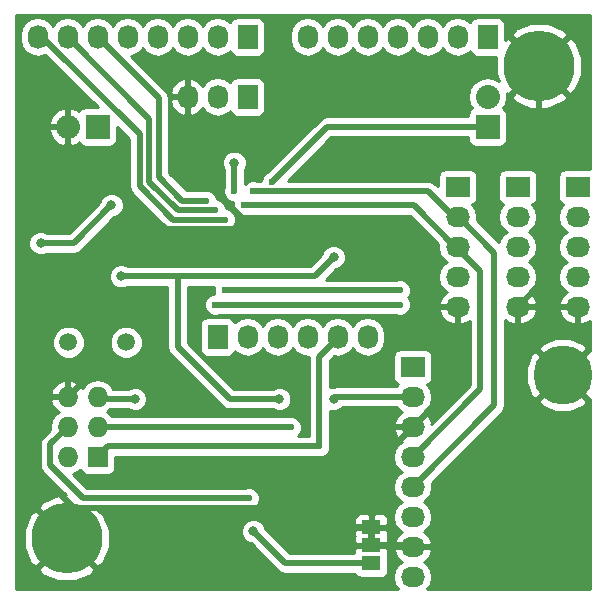
<source format=gbr>
G04 #@! TF.FileFunction,Copper,L2,Bot,Signal*
%FSLAX46Y46*%
G04 Gerber Fmt 4.6, Leading zero omitted, Abs format (unit mm)*
G04 Created by KiCad (PCBNEW 0.201508170901+6097~28~ubuntu14.04.1-product) date Sa 22 Aug 2015 10:06:58 CEST*
%MOMM*%
G01*
G04 APERTURE LIST*
%ADD10C,0.100000*%
%ADD11R,2.032000X1.727200*%
%ADD12O,2.032000X1.727200*%
%ADD13C,5.000000*%
%ADD14R,1.600200X1.168400*%
%ADD15R,2.032000X2.032000*%
%ADD16O,2.032000X2.032000*%
%ADD17R,1.727200X1.727200*%
%ADD18O,1.727200X1.727200*%
%ADD19R,1.727200X2.032000*%
%ADD20O,1.727200X2.032000*%
%ADD21C,1.501140*%
%ADD22C,6.000000*%
%ADD23C,0.800000*%
%ADD24C,0.600000*%
%ADD25C,0.500000*%
%ADD26C,0.254000*%
G04 APERTURE END LIST*
D10*
D11*
X134290000Y-80480000D03*
D12*
X134290000Y-83020000D03*
X134290000Y-85560000D03*
X134290000Y-88100000D03*
X134290000Y-90640000D03*
X134290000Y-93180000D03*
X134290000Y-95720000D03*
X134290000Y-98260000D03*
D13*
X146990000Y-81160000D03*
D14*
X130800000Y-97124000D03*
X130800000Y-95600000D03*
X130800000Y-94076000D03*
D15*
X107620000Y-60160000D03*
D16*
X105080000Y-60160000D03*
D17*
X107620000Y-88100000D03*
D18*
X105080000Y-88100000D03*
X107620000Y-85560000D03*
X105080000Y-85560000D03*
X107620000Y-83020000D03*
X105080000Y-83020000D03*
D19*
X120320000Y-57620000D03*
D20*
X117780000Y-57620000D03*
X115240000Y-57620000D03*
D19*
X140640000Y-52540000D03*
D20*
X138100000Y-52540000D03*
X135560000Y-52540000D03*
X133020000Y-52540000D03*
X130480000Y-52540000D03*
X127940000Y-52540000D03*
X125400000Y-52540000D03*
D19*
X120320000Y-52540000D03*
D20*
X117780000Y-52540000D03*
X115240000Y-52540000D03*
X112700000Y-52540000D03*
X110160000Y-52540000D03*
X107620000Y-52540000D03*
X105080000Y-52540000D03*
X102540000Y-52540000D03*
D15*
X140640000Y-60160000D03*
D16*
X140640000Y-57620000D03*
D11*
X138100000Y-65240000D03*
D12*
X138100000Y-67780000D03*
X138100000Y-70320000D03*
X138100000Y-72860000D03*
X138100000Y-75400000D03*
D11*
X143180000Y-65240000D03*
D12*
X143180000Y-67780000D03*
X143180000Y-70320000D03*
X143180000Y-72860000D03*
X143180000Y-75400000D03*
D11*
X148260000Y-65240000D03*
D12*
X148260000Y-67780000D03*
X148260000Y-70320000D03*
X148260000Y-72860000D03*
X148260000Y-75400000D03*
D21*
X105159060Y-78400000D03*
X110040940Y-78400000D03*
D19*
X117780000Y-77940000D03*
D20*
X120320000Y-77940000D03*
X122860000Y-77940000D03*
X125400000Y-77940000D03*
X127940000Y-77940000D03*
X130480000Y-77940000D03*
D22*
X145000000Y-55000000D03*
X105000000Y-95000000D03*
D23*
X119200000Y-63200000D03*
X110800000Y-83200000D03*
X102800000Y-70000000D03*
X108800000Y-66800000D03*
X129600000Y-88000000D03*
X127600000Y-94000000D03*
X118000000Y-94000000D03*
X116000000Y-83600000D03*
X132400000Y-68800000D03*
X103200000Y-72000000D03*
X125200000Y-90800000D03*
X111200000Y-76400000D03*
X110000000Y-64000000D03*
X110000000Y-68800000D03*
X120800000Y-94400000D03*
X123000000Y-83200000D03*
X127600000Y-83200000D03*
X127600000Y-71200000D03*
X109600000Y-72800000D03*
D24*
X119200000Y-65600000D03*
X116800000Y-66400000D03*
X117600000Y-67200000D03*
X133200000Y-75200000D03*
X117600000Y-75200000D03*
X118400000Y-68000000D03*
X133200000Y-74000000D03*
X118400000Y-74000000D03*
X122400000Y-64800000D03*
X124000000Y-85600000D03*
X120400000Y-91600000D03*
X120000000Y-66800000D03*
X126400000Y-87200000D03*
X120800000Y-65600000D03*
D25*
X105600000Y-70000000D02*
X102800000Y-70000000D01*
X108800000Y-66800000D02*
X105600000Y-70000000D01*
X115240000Y-57620000D02*
X115240000Y-63240000D01*
X115240000Y-63240000D02*
X120800000Y-68800000D01*
X145000000Y-55000000D02*
X145000000Y-73580000D01*
X145000000Y-73580000D02*
X143180000Y-75400000D01*
X130800000Y-94076000D02*
X130800000Y-95600000D01*
X130800000Y-94076000D02*
X127676000Y-94076000D01*
X127676000Y-94076000D02*
X127600000Y-94000000D01*
X129725000Y-88125000D02*
X129725000Y-90125000D01*
X129600000Y-88000000D02*
X129725000Y-88125000D01*
X127600000Y-94000000D02*
X127600000Y-90800000D01*
X118000000Y-94000000D02*
X118000000Y-92400000D01*
X107300000Y-80800000D02*
X105080000Y-83020000D01*
X113200000Y-80800000D02*
X107300000Y-80800000D01*
X116000000Y-83600000D02*
X113200000Y-80800000D01*
X105000000Y-95000000D02*
X105000000Y-93000000D01*
X105000000Y-93000000D02*
X105600000Y-92400000D01*
X138100000Y-75400000D02*
X138100000Y-81750000D01*
X138100000Y-81750000D02*
X134290000Y-85560000D01*
X125200000Y-90800000D02*
X127600000Y-90800000D01*
X127600000Y-90800000D02*
X129050000Y-90800000D01*
X129050000Y-90800000D02*
X129725000Y-90125000D01*
X129725000Y-90125000D02*
X134290000Y-85560000D01*
X110000000Y-68800000D02*
X120800000Y-68800000D01*
X120800000Y-68800000D02*
X132400000Y-68800000D01*
X105080000Y-83020000D02*
X102000000Y-83020000D01*
X102000000Y-83020000D02*
X102000000Y-82800000D01*
X105600000Y-92400000D02*
X102000000Y-88800000D01*
X102000000Y-88800000D02*
X102000000Y-82800000D01*
X102000000Y-82800000D02*
X102000000Y-79940000D01*
X125200000Y-90800000D02*
X123600000Y-92400000D01*
X115200000Y-92400000D02*
X105600000Y-92400000D01*
X123600000Y-92400000D02*
X118000000Y-92400000D01*
X118000000Y-92400000D02*
X115200000Y-92400000D01*
X102000000Y-76400000D02*
X102000000Y-79940000D01*
X103200000Y-72000000D02*
X106800000Y-72000000D01*
X106800000Y-72000000D02*
X110000000Y-68800000D01*
X102000000Y-73200000D02*
X102000000Y-76400000D01*
X103200000Y-72000000D02*
X102000000Y-73200000D01*
X111200000Y-76400000D02*
X102000000Y-76400000D01*
X110000000Y-64000000D02*
X110000000Y-68800000D01*
X130800000Y-95600000D02*
X134170000Y-95600000D01*
X134170000Y-95600000D02*
X134290000Y-95720000D01*
X123524000Y-97124000D02*
X130800000Y-97124000D01*
X120800000Y-94400000D02*
X123524000Y-97124000D01*
X114400000Y-78800000D02*
X114400000Y-72800000D01*
X118800000Y-83200000D02*
X114400000Y-78800000D01*
X123000000Y-83200000D02*
X118800000Y-83200000D01*
X127780000Y-83020000D02*
X134290000Y-83020000D01*
X127600000Y-83200000D02*
X127780000Y-83020000D01*
X111200000Y-72800000D02*
X109600000Y-72800000D01*
X126000000Y-72800000D02*
X114400000Y-72800000D01*
X114400000Y-72800000D02*
X111200000Y-72800000D01*
X127600000Y-71200000D02*
X126000000Y-72800000D01*
X119200000Y-65600000D02*
X119200000Y-63200000D01*
X110800000Y-83200000D02*
X107800000Y-83200000D01*
X107800000Y-83200000D02*
X107620000Y-83020000D01*
X112800000Y-57720000D02*
X107620000Y-52540000D01*
X112800000Y-64400000D02*
X112800000Y-57720000D01*
X114800000Y-66400000D02*
X112800000Y-64400000D01*
X116800000Y-66400000D02*
X114800000Y-66400000D01*
X112000000Y-59460000D02*
X105080000Y-52540000D01*
X112000000Y-64800000D02*
X112000000Y-59460000D01*
X114400000Y-67200000D02*
X112000000Y-64800000D01*
X117600000Y-67200000D02*
X114400000Y-67200000D01*
X133200000Y-75200000D02*
X117600000Y-75200000D01*
X111200000Y-60800000D02*
X102940000Y-52540000D01*
X111200000Y-65200000D02*
X111200000Y-60800000D01*
X114000000Y-68000000D02*
X111200000Y-65200000D01*
X118400000Y-68000000D02*
X114000000Y-68000000D01*
X102940000Y-52540000D02*
X102540000Y-52540000D01*
X102940000Y-52540000D02*
X102540000Y-52540000D01*
X118400000Y-74000000D02*
X133200000Y-74000000D01*
X127040000Y-60160000D02*
X140640000Y-60160000D01*
X122400000Y-64800000D02*
X127040000Y-60160000D01*
X124000000Y-85600000D02*
X123960000Y-85560000D01*
X123960000Y-85560000D02*
X107620000Y-85560000D01*
X103600000Y-87040000D02*
X105080000Y-85560000D01*
X103600000Y-88800000D02*
X103600000Y-87040000D01*
X106400000Y-91600000D02*
X103600000Y-88800000D01*
X120400000Y-91600000D02*
X106400000Y-91600000D01*
X138100000Y-70320000D02*
X138100000Y-70500000D01*
X138100000Y-70500000D02*
X140000000Y-72400000D01*
X140000000Y-82390000D02*
X134290000Y-88100000D01*
X140000000Y-72400000D02*
X140000000Y-82390000D01*
X138100000Y-70320000D02*
X137920000Y-70320000D01*
X137920000Y-70320000D02*
X134400000Y-66800000D01*
X134400000Y-66800000D02*
X120000000Y-66800000D01*
X126400000Y-79600000D02*
X127940000Y-78060000D01*
X126400000Y-87200000D02*
X126400000Y-80800000D01*
X126400000Y-80800000D02*
X126400000Y-80400000D01*
X126400000Y-80400000D02*
X126400000Y-80000000D01*
X126400000Y-80000000D02*
X126400000Y-79600000D01*
X126400000Y-87200000D02*
X108520000Y-87200000D01*
X108520000Y-87200000D02*
X107620000Y-88100000D01*
X127940000Y-78060000D02*
X127940000Y-77940000D01*
X138100000Y-67780000D02*
X138180000Y-67780000D01*
X138180000Y-67780000D02*
X141200000Y-70800000D01*
X141200000Y-83730000D02*
X134290000Y-90640000D01*
X141200000Y-70800000D02*
X141200000Y-83730000D01*
X138100000Y-67780000D02*
X137780000Y-67780000D01*
X137780000Y-67780000D02*
X135600000Y-65600000D01*
X135600000Y-65600000D02*
X120800000Y-65600000D01*
D26*
G36*
X149290000Y-63731795D02*
X149276000Y-63728960D01*
X147244000Y-63728960D01*
X147008683Y-63773238D01*
X146792559Y-63912310D01*
X146647569Y-64124510D01*
X146596560Y-64376400D01*
X146596560Y-66103600D01*
X146640838Y-66338917D01*
X146779910Y-66555041D01*
X146992110Y-66700031D01*
X147033439Y-66708400D01*
X147015585Y-66720330D01*
X146690729Y-67206511D01*
X146576655Y-67780000D01*
X146690729Y-68353489D01*
X147015585Y-68839670D01*
X147330366Y-69050000D01*
X147015585Y-69260330D01*
X146690729Y-69746511D01*
X146576655Y-70320000D01*
X146690729Y-70893489D01*
X147015585Y-71379670D01*
X147330366Y-71590000D01*
X147015585Y-71800330D01*
X146690729Y-72286511D01*
X146576655Y-72860000D01*
X146690729Y-73433489D01*
X147015585Y-73919670D01*
X147325069Y-74126461D01*
X146909268Y-74497964D01*
X146655291Y-75025209D01*
X146652642Y-75040974D01*
X146773783Y-75273000D01*
X148133000Y-75273000D01*
X148133000Y-75253000D01*
X148387000Y-75253000D01*
X148387000Y-75273000D01*
X148407000Y-75273000D01*
X148407000Y-75527000D01*
X148387000Y-75527000D01*
X148387000Y-76740924D01*
X148621913Y-76885184D01*
X149174320Y-76691954D01*
X149290000Y-76588598D01*
X149290000Y-79146458D01*
X149225880Y-79103725D01*
X147169605Y-81160000D01*
X149225880Y-83216275D01*
X149290000Y-83173542D01*
X149290000Y-99290000D01*
X135554240Y-99290000D01*
X135859271Y-98833489D01*
X135973345Y-98260000D01*
X135859271Y-97686511D01*
X135534415Y-97200330D01*
X135224931Y-96993539D01*
X135640732Y-96622036D01*
X135894709Y-96094791D01*
X135897358Y-96079026D01*
X135776217Y-95847000D01*
X134417000Y-95847000D01*
X134417000Y-95867000D01*
X134163000Y-95867000D01*
X134163000Y-95847000D01*
X132803783Y-95847000D01*
X132682642Y-96079026D01*
X132685291Y-96094791D01*
X132939268Y-96622036D01*
X133355069Y-96993539D01*
X133045585Y-97200330D01*
X132720729Y-97686511D01*
X132606655Y-98260000D01*
X132720729Y-98833489D01*
X133025760Y-99290000D01*
X100710000Y-99290000D01*
X100710000Y-97596630D01*
X102582975Y-97596630D01*
X102925566Y-98071277D01*
X104258800Y-98631342D01*
X105704875Y-98638568D01*
X107043639Y-98091854D01*
X107074434Y-98071277D01*
X107417025Y-97596630D01*
X105000000Y-95179605D01*
X102582975Y-97596630D01*
X100710000Y-97596630D01*
X100710000Y-95704875D01*
X101361432Y-95704875D01*
X101908146Y-97043639D01*
X101928723Y-97074434D01*
X102403370Y-97417025D01*
X104820395Y-95000000D01*
X102403370Y-92582975D01*
X101928723Y-92925566D01*
X101368658Y-94258800D01*
X101361432Y-95704875D01*
X100710000Y-95704875D01*
X100710000Y-92403370D01*
X102582975Y-92403370D01*
X105000000Y-94820395D01*
X105014143Y-94806253D01*
X105193748Y-94985858D01*
X105179605Y-95000000D01*
X107596630Y-97417025D01*
X108071277Y-97074434D01*
X108631342Y-95741200D01*
X108637019Y-94604971D01*
X119764821Y-94604971D01*
X119922058Y-94985515D01*
X120212954Y-95276919D01*
X120576151Y-95427731D01*
X122898208Y-97749787D01*
X122898210Y-97749790D01*
X123185325Y-97941633D01*
X123241516Y-97952810D01*
X123524000Y-98009001D01*
X123524005Y-98009000D01*
X129438875Y-98009000D01*
X129535810Y-98159641D01*
X129748010Y-98304631D01*
X129999900Y-98355640D01*
X131600100Y-98355640D01*
X131835417Y-98311362D01*
X132051541Y-98172290D01*
X132196531Y-97960090D01*
X132247540Y-97708200D01*
X132247540Y-96539800D01*
X132213987Y-96361481D01*
X132235100Y-96310509D01*
X132235100Y-95885750D01*
X132076350Y-95727000D01*
X130927000Y-95727000D01*
X130927000Y-95747000D01*
X130673000Y-95747000D01*
X130673000Y-95727000D01*
X129523650Y-95727000D01*
X129364900Y-95885750D01*
X129364900Y-96239000D01*
X123890579Y-96239000D01*
X122013330Y-94361750D01*
X129364900Y-94361750D01*
X129364900Y-94786509D01*
X129386228Y-94838000D01*
X129364900Y-94889491D01*
X129364900Y-95314250D01*
X129523650Y-95473000D01*
X130673000Y-95473000D01*
X130673000Y-94203000D01*
X130927000Y-94203000D01*
X130927000Y-95473000D01*
X132076350Y-95473000D01*
X132235100Y-95314250D01*
X132235100Y-94889491D01*
X132213772Y-94838000D01*
X132235100Y-94786509D01*
X132235100Y-94361750D01*
X132076350Y-94203000D01*
X130927000Y-94203000D01*
X130673000Y-94203000D01*
X129523650Y-94203000D01*
X129364900Y-94361750D01*
X122013330Y-94361750D01*
X121827131Y-94175551D01*
X121677942Y-93814485D01*
X121387046Y-93523081D01*
X121007526Y-93365491D01*
X129364900Y-93365491D01*
X129364900Y-93790250D01*
X129523650Y-93949000D01*
X130673000Y-93949000D01*
X130673000Y-93015550D01*
X130927000Y-93015550D01*
X130927000Y-93949000D01*
X132076350Y-93949000D01*
X132235100Y-93790250D01*
X132235100Y-93365491D01*
X132138427Y-93132102D01*
X131959799Y-92953473D01*
X131726410Y-92856800D01*
X131085750Y-92856800D01*
X130927000Y-93015550D01*
X130673000Y-93015550D01*
X130514250Y-92856800D01*
X129873590Y-92856800D01*
X129640201Y-92953473D01*
X129461573Y-93132102D01*
X129364900Y-93365491D01*
X121007526Y-93365491D01*
X121006777Y-93365180D01*
X120595029Y-93364821D01*
X120214485Y-93522058D01*
X119923081Y-93812954D01*
X119765180Y-94193223D01*
X119764821Y-94604971D01*
X108637019Y-94604971D01*
X108638568Y-94295125D01*
X108091854Y-92956361D01*
X108071277Y-92925566D01*
X107596632Y-92582976D01*
X107694608Y-92485000D01*
X120093178Y-92485000D01*
X120213201Y-92534838D01*
X120585167Y-92535162D01*
X120928943Y-92393117D01*
X121192192Y-92130327D01*
X121334838Y-91786799D01*
X121335162Y-91414833D01*
X121193117Y-91071057D01*
X120930327Y-90807808D01*
X120586799Y-90665162D01*
X120214833Y-90664838D01*
X120093431Y-90715000D01*
X106766579Y-90715000D01*
X105560452Y-89508872D01*
X105682848Y-89484526D01*
X106148442Y-89173426D01*
X106153238Y-89198917D01*
X106292310Y-89415041D01*
X106504510Y-89560031D01*
X106756400Y-89611040D01*
X108483600Y-89611040D01*
X108718917Y-89566762D01*
X108935041Y-89427690D01*
X109080031Y-89215490D01*
X109131040Y-88963600D01*
X109131040Y-88085000D01*
X126093178Y-88085000D01*
X126213201Y-88134838D01*
X126585167Y-88135162D01*
X126928943Y-87993117D01*
X127192192Y-87730327D01*
X127334838Y-87386799D01*
X127335162Y-87014833D01*
X127285000Y-86893431D01*
X127285000Y-84189882D01*
X127393223Y-84234820D01*
X127804971Y-84235179D01*
X128185515Y-84077942D01*
X128358759Y-83905000D01*
X132928874Y-83905000D01*
X133045585Y-84079670D01*
X133355069Y-84286461D01*
X132939268Y-84657964D01*
X132685291Y-85185209D01*
X132682642Y-85200974D01*
X132803783Y-85433000D01*
X134163000Y-85433000D01*
X134163000Y-85413000D01*
X134417000Y-85413000D01*
X134417000Y-85433000D01*
X134437000Y-85433000D01*
X134437000Y-85687000D01*
X134417000Y-85687000D01*
X134417000Y-85707000D01*
X134163000Y-85707000D01*
X134163000Y-85687000D01*
X132803783Y-85687000D01*
X132682642Y-85919026D01*
X132685291Y-85934791D01*
X132939268Y-86462036D01*
X133355069Y-86833539D01*
X133045585Y-87040330D01*
X132720729Y-87526511D01*
X132606655Y-88100000D01*
X132720729Y-88673489D01*
X133045585Y-89159670D01*
X133360366Y-89370000D01*
X133045585Y-89580330D01*
X132720729Y-90066511D01*
X132606655Y-90640000D01*
X132720729Y-91213489D01*
X133045585Y-91699670D01*
X133360366Y-91910000D01*
X133045585Y-92120330D01*
X132720729Y-92606511D01*
X132606655Y-93180000D01*
X132720729Y-93753489D01*
X133045585Y-94239670D01*
X133355069Y-94446461D01*
X132939268Y-94817964D01*
X132685291Y-95345209D01*
X132682642Y-95360974D01*
X132803783Y-95593000D01*
X134163000Y-95593000D01*
X134163000Y-95573000D01*
X134417000Y-95573000D01*
X134417000Y-95593000D01*
X135776217Y-95593000D01*
X135897358Y-95360974D01*
X135894709Y-95345209D01*
X135640732Y-94817964D01*
X135224931Y-94446461D01*
X135534415Y-94239670D01*
X135859271Y-93753489D01*
X135973345Y-93180000D01*
X135859271Y-92606511D01*
X135534415Y-92120330D01*
X135219634Y-91910000D01*
X135534415Y-91699670D01*
X135859271Y-91213489D01*
X135973345Y-90640000D01*
X135901711Y-90279869D01*
X141825787Y-84355792D01*
X141825790Y-84355790D01*
X142017633Y-84068675D01*
X142028810Y-84012484D01*
X142085001Y-83730000D01*
X142085000Y-83729995D01*
X142085000Y-83395880D01*
X144933725Y-83395880D01*
X145215421Y-83818564D01*
X146367892Y-84295294D01*
X147615072Y-84294705D01*
X148764579Y-83818564D01*
X149046275Y-83395880D01*
X146990000Y-81339605D01*
X144933725Y-83395880D01*
X142085000Y-83395880D01*
X142085000Y-80537892D01*
X143854706Y-80537892D01*
X143855295Y-81785072D01*
X144331436Y-82934579D01*
X144754120Y-83216275D01*
X146810395Y-81160000D01*
X144754120Y-79103725D01*
X144331436Y-79385421D01*
X143854706Y-80537892D01*
X142085000Y-80537892D01*
X142085000Y-78924120D01*
X144933725Y-78924120D01*
X146990000Y-80980395D01*
X149046275Y-78924120D01*
X148764579Y-78501436D01*
X147612108Y-78024706D01*
X146364928Y-78025295D01*
X145215421Y-78501436D01*
X144933725Y-78924120D01*
X142085000Y-78924120D01*
X142085000Y-76530523D01*
X142265680Y-76691954D01*
X142818087Y-76885184D01*
X143053000Y-76740924D01*
X143053000Y-75527000D01*
X143307000Y-75527000D01*
X143307000Y-76740924D01*
X143541913Y-76885184D01*
X144094320Y-76691954D01*
X144530732Y-76302036D01*
X144784709Y-75774791D01*
X144787358Y-75759026D01*
X146652642Y-75759026D01*
X146655291Y-75774791D01*
X146909268Y-76302036D01*
X147345680Y-76691954D01*
X147898087Y-76885184D01*
X148133000Y-76740924D01*
X148133000Y-75527000D01*
X146773783Y-75527000D01*
X146652642Y-75759026D01*
X144787358Y-75759026D01*
X144666217Y-75527000D01*
X143307000Y-75527000D01*
X143053000Y-75527000D01*
X143033000Y-75527000D01*
X143033000Y-75273000D01*
X143053000Y-75273000D01*
X143053000Y-75253000D01*
X143307000Y-75253000D01*
X143307000Y-75273000D01*
X144666217Y-75273000D01*
X144787358Y-75040974D01*
X144784709Y-75025209D01*
X144530732Y-74497964D01*
X144114931Y-74126461D01*
X144424415Y-73919670D01*
X144749271Y-73433489D01*
X144863345Y-72860000D01*
X144749271Y-72286511D01*
X144424415Y-71800330D01*
X144109634Y-71590000D01*
X144424415Y-71379670D01*
X144749271Y-70893489D01*
X144863345Y-70320000D01*
X144749271Y-69746511D01*
X144424415Y-69260330D01*
X144109634Y-69050000D01*
X144424415Y-68839670D01*
X144749271Y-68353489D01*
X144863345Y-67780000D01*
X144749271Y-67206511D01*
X144424415Y-66720330D01*
X144410087Y-66710757D01*
X144431317Y-66706762D01*
X144647441Y-66567690D01*
X144792431Y-66355490D01*
X144843440Y-66103600D01*
X144843440Y-64376400D01*
X144799162Y-64141083D01*
X144660090Y-63924959D01*
X144447890Y-63779969D01*
X144196000Y-63728960D01*
X142164000Y-63728960D01*
X141928683Y-63773238D01*
X141712559Y-63912310D01*
X141567569Y-64124510D01*
X141516560Y-64376400D01*
X141516560Y-66103600D01*
X141560838Y-66338917D01*
X141699910Y-66555041D01*
X141912110Y-66700031D01*
X141953439Y-66708400D01*
X141935585Y-66720330D01*
X141610729Y-67206511D01*
X141496655Y-67780000D01*
X141610729Y-68353489D01*
X141935585Y-68839670D01*
X142250366Y-69050000D01*
X141935585Y-69260330D01*
X141610729Y-69746511D01*
X141575450Y-69923871D01*
X139724983Y-68073404D01*
X139783345Y-67780000D01*
X139669271Y-67206511D01*
X139344415Y-66720330D01*
X139330087Y-66710757D01*
X139351317Y-66706762D01*
X139567441Y-66567690D01*
X139712431Y-66355490D01*
X139763440Y-66103600D01*
X139763440Y-64376400D01*
X139719162Y-64141083D01*
X139580090Y-63924959D01*
X139367890Y-63779969D01*
X139116000Y-63728960D01*
X137084000Y-63728960D01*
X136848683Y-63773238D01*
X136632559Y-63912310D01*
X136487569Y-64124510D01*
X136436560Y-64376400D01*
X136436560Y-65184980D01*
X136225790Y-64974210D01*
X135976750Y-64807808D01*
X135938675Y-64782367D01*
X135882484Y-64771190D01*
X135600000Y-64714999D01*
X135599995Y-64715000D01*
X123736580Y-64715000D01*
X127406579Y-61045000D01*
X138976560Y-61045000D01*
X138976560Y-61176000D01*
X139020838Y-61411317D01*
X139159910Y-61627441D01*
X139372110Y-61772431D01*
X139624000Y-61823440D01*
X141656000Y-61823440D01*
X141891317Y-61779162D01*
X142107441Y-61640090D01*
X142252431Y-61427890D01*
X142303440Y-61176000D01*
X142303440Y-59144000D01*
X142259162Y-58908683D01*
X142120090Y-58692559D01*
X141971163Y-58590802D01*
X142197670Y-58251810D01*
X142323345Y-57620000D01*
X142318697Y-57596630D01*
X142582975Y-57596630D01*
X142925566Y-58071277D01*
X144258800Y-58631342D01*
X145704875Y-58638568D01*
X147043639Y-58091854D01*
X147074434Y-58071277D01*
X147417025Y-57596630D01*
X145000000Y-55179605D01*
X142582975Y-57596630D01*
X142318697Y-57596630D01*
X142262787Y-57315555D01*
X142403370Y-57417025D01*
X144820395Y-55000000D01*
X145179605Y-55000000D01*
X147596630Y-57417025D01*
X148071277Y-57074434D01*
X148631342Y-55741200D01*
X148638568Y-54295125D01*
X148091854Y-52956361D01*
X148071277Y-52925566D01*
X147596630Y-52582975D01*
X145179605Y-55000000D01*
X144820395Y-55000000D01*
X142403370Y-52582975D01*
X142151040Y-52765102D01*
X142151040Y-52403370D01*
X142582975Y-52403370D01*
X145000000Y-54820395D01*
X147417025Y-52403370D01*
X147074434Y-51928723D01*
X145741200Y-51368658D01*
X144295125Y-51361432D01*
X142956361Y-51908146D01*
X142925566Y-51928723D01*
X142582975Y-52403370D01*
X142151040Y-52403370D01*
X142151040Y-51524000D01*
X142106762Y-51288683D01*
X141967690Y-51072559D01*
X141755490Y-50927569D01*
X141503600Y-50876560D01*
X139776400Y-50876560D01*
X139541083Y-50920838D01*
X139324959Y-51059910D01*
X139179969Y-51272110D01*
X139171600Y-51313439D01*
X139159670Y-51295585D01*
X138673489Y-50970729D01*
X138100000Y-50856655D01*
X137526511Y-50970729D01*
X137040330Y-51295585D01*
X136830000Y-51610366D01*
X136619670Y-51295585D01*
X136133489Y-50970729D01*
X135560000Y-50856655D01*
X134986511Y-50970729D01*
X134500330Y-51295585D01*
X134290000Y-51610366D01*
X134079670Y-51295585D01*
X133593489Y-50970729D01*
X133020000Y-50856655D01*
X132446511Y-50970729D01*
X131960330Y-51295585D01*
X131750000Y-51610366D01*
X131539670Y-51295585D01*
X131053489Y-50970729D01*
X130480000Y-50856655D01*
X129906511Y-50970729D01*
X129420330Y-51295585D01*
X129210000Y-51610366D01*
X128999670Y-51295585D01*
X128513489Y-50970729D01*
X127940000Y-50856655D01*
X127366511Y-50970729D01*
X126880330Y-51295585D01*
X126670000Y-51610366D01*
X126459670Y-51295585D01*
X125973489Y-50970729D01*
X125400000Y-50856655D01*
X124826511Y-50970729D01*
X124340330Y-51295585D01*
X124015474Y-51781766D01*
X123901400Y-52355255D01*
X123901400Y-52724745D01*
X124015474Y-53298234D01*
X124340330Y-53784415D01*
X124826511Y-54109271D01*
X125400000Y-54223345D01*
X125973489Y-54109271D01*
X126459670Y-53784415D01*
X126670000Y-53469634D01*
X126880330Y-53784415D01*
X127366511Y-54109271D01*
X127940000Y-54223345D01*
X128513489Y-54109271D01*
X128999670Y-53784415D01*
X129210000Y-53469634D01*
X129420330Y-53784415D01*
X129906511Y-54109271D01*
X130480000Y-54223345D01*
X131053489Y-54109271D01*
X131539670Y-53784415D01*
X131750000Y-53469634D01*
X131960330Y-53784415D01*
X132446511Y-54109271D01*
X133020000Y-54223345D01*
X133593489Y-54109271D01*
X134079670Y-53784415D01*
X134290000Y-53469634D01*
X134500330Y-53784415D01*
X134986511Y-54109271D01*
X135560000Y-54223345D01*
X136133489Y-54109271D01*
X136619670Y-53784415D01*
X136830000Y-53469634D01*
X137040330Y-53784415D01*
X137526511Y-54109271D01*
X138100000Y-54223345D01*
X138673489Y-54109271D01*
X139159670Y-53784415D01*
X139169243Y-53770087D01*
X139173238Y-53791317D01*
X139312310Y-54007441D01*
X139524510Y-54152431D01*
X139776400Y-54203440D01*
X141391914Y-54203440D01*
X141368658Y-54258800D01*
X141361432Y-55704875D01*
X141601845Y-56293585D01*
X141304155Y-56094675D01*
X140672345Y-55969000D01*
X140607655Y-55969000D01*
X139975845Y-56094675D01*
X139440222Y-56452567D01*
X139082330Y-56988190D01*
X138956655Y-57620000D01*
X139082330Y-58251810D01*
X139309499Y-58591792D01*
X139172559Y-58679910D01*
X139027569Y-58892110D01*
X138976560Y-59144000D01*
X138976560Y-59275000D01*
X127040005Y-59275000D01*
X127040000Y-59274999D01*
X126757516Y-59331190D01*
X126701325Y-59342367D01*
X126414210Y-59534210D01*
X126414208Y-59534213D01*
X121991164Y-63957256D01*
X121871057Y-64006883D01*
X121607808Y-64269673D01*
X121465162Y-64613201D01*
X121465073Y-64715000D01*
X121106822Y-64715000D01*
X120986799Y-64665162D01*
X120614833Y-64664838D01*
X120271057Y-64806883D01*
X120085000Y-64992616D01*
X120085000Y-63767585D01*
X120234820Y-63406777D01*
X120235179Y-62995029D01*
X120077942Y-62614485D01*
X119787046Y-62323081D01*
X119406777Y-62165180D01*
X118995029Y-62164821D01*
X118614485Y-62322058D01*
X118323081Y-62612954D01*
X118165180Y-62993223D01*
X118164821Y-63404971D01*
X118315000Y-63768433D01*
X118315000Y-65293178D01*
X118265162Y-65413201D01*
X118264838Y-65785167D01*
X118406883Y-66128943D01*
X118669673Y-66392192D01*
X119013201Y-66534838D01*
X119097671Y-66534912D01*
X119065162Y-66613201D01*
X119064838Y-66985167D01*
X119206883Y-67328943D01*
X119469673Y-67592192D01*
X119813201Y-67734838D01*
X120185167Y-67735162D01*
X120306569Y-67685000D01*
X134033420Y-67685000D01*
X136458426Y-70110005D01*
X136416655Y-70320000D01*
X136530729Y-70893489D01*
X136855585Y-71379670D01*
X137170366Y-71590000D01*
X136855585Y-71800330D01*
X136530729Y-72286511D01*
X136416655Y-72860000D01*
X136530729Y-73433489D01*
X136855585Y-73919670D01*
X137165069Y-74126461D01*
X136749268Y-74497964D01*
X136495291Y-75025209D01*
X136492642Y-75040974D01*
X136613783Y-75273000D01*
X137973000Y-75273000D01*
X137973000Y-75253000D01*
X138227000Y-75253000D01*
X138227000Y-75273000D01*
X138247000Y-75273000D01*
X138247000Y-75527000D01*
X138227000Y-75527000D01*
X138227000Y-76740924D01*
X138461913Y-76885184D01*
X139014320Y-76691954D01*
X139115000Y-76602000D01*
X139115000Y-82023421D01*
X135853562Y-85284859D01*
X135897358Y-85200974D01*
X135894709Y-85185209D01*
X135640732Y-84657964D01*
X135224931Y-84286461D01*
X135534415Y-84079670D01*
X135859271Y-83593489D01*
X135973345Y-83020000D01*
X135859271Y-82446511D01*
X135534415Y-81960330D01*
X135520087Y-81950757D01*
X135541317Y-81946762D01*
X135757441Y-81807690D01*
X135902431Y-81595490D01*
X135953440Y-81343600D01*
X135953440Y-79616400D01*
X135909162Y-79381083D01*
X135770090Y-79164959D01*
X135557890Y-79019969D01*
X135306000Y-78968960D01*
X133274000Y-78968960D01*
X133038683Y-79013238D01*
X132822559Y-79152310D01*
X132677569Y-79364510D01*
X132626560Y-79616400D01*
X132626560Y-81343600D01*
X132670838Y-81578917D01*
X132809910Y-81795041D01*
X133022110Y-81940031D01*
X133063439Y-81948400D01*
X133045585Y-81960330D01*
X132928874Y-82135000D01*
X127780000Y-82135000D01*
X127629055Y-82165025D01*
X127395029Y-82164821D01*
X127285000Y-82210284D01*
X127285000Y-79966580D01*
X127679960Y-79571620D01*
X127940000Y-79623345D01*
X128513489Y-79509271D01*
X128999670Y-79184415D01*
X129210000Y-78869634D01*
X129420330Y-79184415D01*
X129906511Y-79509271D01*
X130480000Y-79623345D01*
X131053489Y-79509271D01*
X131539670Y-79184415D01*
X131864526Y-78698234D01*
X131978600Y-78124745D01*
X131978600Y-77755255D01*
X131864526Y-77181766D01*
X131539670Y-76695585D01*
X131053489Y-76370729D01*
X130480000Y-76256655D01*
X129906511Y-76370729D01*
X129420330Y-76695585D01*
X129210000Y-77010366D01*
X128999670Y-76695585D01*
X128513489Y-76370729D01*
X127940000Y-76256655D01*
X127366511Y-76370729D01*
X126880330Y-76695585D01*
X126670000Y-77010366D01*
X126459670Y-76695585D01*
X125973489Y-76370729D01*
X125400000Y-76256655D01*
X124826511Y-76370729D01*
X124340330Y-76695585D01*
X124130000Y-77010366D01*
X123919670Y-76695585D01*
X123433489Y-76370729D01*
X122860000Y-76256655D01*
X122286511Y-76370729D01*
X121800330Y-76695585D01*
X121590000Y-77010366D01*
X121379670Y-76695585D01*
X120893489Y-76370729D01*
X120320000Y-76256655D01*
X119746511Y-76370729D01*
X119260330Y-76695585D01*
X119250757Y-76709913D01*
X119246762Y-76688683D01*
X119107690Y-76472559D01*
X118895490Y-76327569D01*
X118643600Y-76276560D01*
X116916400Y-76276560D01*
X116681083Y-76320838D01*
X116464959Y-76459910D01*
X116319969Y-76672110D01*
X116268960Y-76924000D01*
X116268960Y-78956000D01*
X116313238Y-79191317D01*
X116452310Y-79407441D01*
X116664510Y-79552431D01*
X116916400Y-79603440D01*
X118643600Y-79603440D01*
X118878917Y-79559162D01*
X119095041Y-79420090D01*
X119240031Y-79207890D01*
X119248400Y-79166561D01*
X119260330Y-79184415D01*
X119746511Y-79509271D01*
X120320000Y-79623345D01*
X120893489Y-79509271D01*
X121379670Y-79184415D01*
X121590000Y-78869634D01*
X121800330Y-79184415D01*
X122286511Y-79509271D01*
X122860000Y-79623345D01*
X123433489Y-79509271D01*
X123919670Y-79184415D01*
X124130000Y-78869634D01*
X124340330Y-79184415D01*
X124826511Y-79509271D01*
X125400000Y-79623345D01*
X125515000Y-79600470D01*
X125515000Y-86315000D01*
X124607196Y-86315000D01*
X124792192Y-86130327D01*
X124934838Y-85786799D01*
X124935162Y-85414833D01*
X124793117Y-85071057D01*
X124530327Y-84807808D01*
X124186799Y-84665162D01*
X123814833Y-84664838D01*
X123790239Y-84675000D01*
X108825740Y-84675000D01*
X108709029Y-84500330D01*
X108394248Y-84290000D01*
X108701052Y-84085000D01*
X110232415Y-84085000D01*
X110593223Y-84234820D01*
X111004971Y-84235179D01*
X111385515Y-84077942D01*
X111676919Y-83787046D01*
X111834820Y-83406777D01*
X111835179Y-82995029D01*
X111677942Y-82614485D01*
X111387046Y-82323081D01*
X111006777Y-82165180D01*
X110595029Y-82164821D01*
X110231567Y-82315000D01*
X108946012Y-82315000D01*
X108709029Y-81960330D01*
X108222848Y-81635474D01*
X107649359Y-81521400D01*
X107590641Y-81521400D01*
X107017152Y-81635474D01*
X106530971Y-81960330D01*
X106350008Y-82231161D01*
X105968490Y-81813179D01*
X105439027Y-81565032D01*
X105207000Y-81685531D01*
X105207000Y-82893000D01*
X105227000Y-82893000D01*
X105227000Y-83147000D01*
X105207000Y-83147000D01*
X105207000Y-83167000D01*
X104953000Y-83167000D01*
X104953000Y-83147000D01*
X103746183Y-83147000D01*
X103625042Y-83379026D01*
X103797312Y-83794947D01*
X104191510Y-84226821D01*
X104314228Y-84284336D01*
X103990971Y-84500330D01*
X103666115Y-84986511D01*
X103552041Y-85560000D01*
X103597895Y-85790525D01*
X102974210Y-86414210D01*
X102782367Y-86701325D01*
X102782367Y-86701326D01*
X102714999Y-87040000D01*
X102715000Y-87040005D01*
X102715000Y-88799995D01*
X102714999Y-88800000D01*
X102747542Y-88963600D01*
X102782367Y-89138675D01*
X102967028Y-89415041D01*
X102974210Y-89425790D01*
X104912940Y-91364519D01*
X104295125Y-91361432D01*
X102956361Y-91908146D01*
X102925566Y-91928723D01*
X102582975Y-92403370D01*
X100710000Y-92403370D01*
X100710000Y-82660974D01*
X103625042Y-82660974D01*
X103746183Y-82893000D01*
X104953000Y-82893000D01*
X104953000Y-81685531D01*
X104720973Y-81565032D01*
X104191510Y-81813179D01*
X103797312Y-82245053D01*
X103625042Y-82660974D01*
X100710000Y-82660974D01*
X100710000Y-78674398D01*
X103773250Y-78674398D01*
X103983746Y-79183837D01*
X104373173Y-79573944D01*
X104882244Y-79785329D01*
X105433458Y-79785810D01*
X105942897Y-79575314D01*
X106333004Y-79185887D01*
X106544389Y-78676816D01*
X106544391Y-78674398D01*
X108655130Y-78674398D01*
X108865626Y-79183837D01*
X109255053Y-79573944D01*
X109764124Y-79785329D01*
X110315338Y-79785810D01*
X110824777Y-79575314D01*
X111214884Y-79185887D01*
X111426269Y-78676816D01*
X111426750Y-78125602D01*
X111216254Y-77616163D01*
X110826827Y-77226056D01*
X110317756Y-77014671D01*
X109766542Y-77014190D01*
X109257103Y-77224686D01*
X108866996Y-77614113D01*
X108655611Y-78123184D01*
X108655130Y-78674398D01*
X106544391Y-78674398D01*
X106544870Y-78125602D01*
X106334374Y-77616163D01*
X105944947Y-77226056D01*
X105435876Y-77014671D01*
X104884662Y-77014190D01*
X104375223Y-77224686D01*
X103985116Y-77614113D01*
X103773731Y-78123184D01*
X103773250Y-78674398D01*
X100710000Y-78674398D01*
X100710000Y-73004971D01*
X108564821Y-73004971D01*
X108722058Y-73385515D01*
X109012954Y-73676919D01*
X109393223Y-73834820D01*
X109804971Y-73835179D01*
X110168433Y-73685000D01*
X113515000Y-73685000D01*
X113515000Y-78799995D01*
X113514999Y-78800000D01*
X113557416Y-79013238D01*
X113582367Y-79138675D01*
X113761950Y-79407441D01*
X113774210Y-79425790D01*
X118174208Y-83825787D01*
X118174210Y-83825790D01*
X118461325Y-84017633D01*
X118517516Y-84028810D01*
X118800000Y-84085001D01*
X118800005Y-84085000D01*
X122432415Y-84085000D01*
X122793223Y-84234820D01*
X123204971Y-84235179D01*
X123585515Y-84077942D01*
X123876919Y-83787046D01*
X124034820Y-83406777D01*
X124035179Y-82995029D01*
X123877942Y-82614485D01*
X123587046Y-82323081D01*
X123206777Y-82165180D01*
X122795029Y-82164821D01*
X122431567Y-82315000D01*
X119166579Y-82315000D01*
X115285000Y-78433420D01*
X115285000Y-73685000D01*
X117518396Y-73685000D01*
X117465162Y-73813201D01*
X117464838Y-74185167D01*
X117497787Y-74264910D01*
X117414833Y-74264838D01*
X117071057Y-74406883D01*
X116807808Y-74669673D01*
X116665162Y-75013201D01*
X116664838Y-75385167D01*
X116806883Y-75728943D01*
X117069673Y-75992192D01*
X117413201Y-76134838D01*
X117785167Y-76135162D01*
X117906569Y-76085000D01*
X132893178Y-76085000D01*
X133013201Y-76134838D01*
X133385167Y-76135162D01*
X133728943Y-75993117D01*
X133963442Y-75759026D01*
X136492642Y-75759026D01*
X136495291Y-75774791D01*
X136749268Y-76302036D01*
X137185680Y-76691954D01*
X137738087Y-76885184D01*
X137973000Y-76740924D01*
X137973000Y-75527000D01*
X136613783Y-75527000D01*
X136492642Y-75759026D01*
X133963442Y-75759026D01*
X133992192Y-75730327D01*
X134134838Y-75386799D01*
X134135162Y-75014833D01*
X133993117Y-74671057D01*
X133922290Y-74600107D01*
X133992192Y-74530327D01*
X134134838Y-74186799D01*
X134135162Y-73814833D01*
X133993117Y-73471057D01*
X133730327Y-73207808D01*
X133386799Y-73065162D01*
X133014833Y-73064838D01*
X132893431Y-73115000D01*
X126936580Y-73115000D01*
X127824448Y-72227131D01*
X128185515Y-72077942D01*
X128476919Y-71787046D01*
X128634820Y-71406777D01*
X128635179Y-70995029D01*
X128477942Y-70614485D01*
X128187046Y-70323081D01*
X127806777Y-70165180D01*
X127395029Y-70164821D01*
X127014485Y-70322058D01*
X126723081Y-70612954D01*
X126572268Y-70976152D01*
X125633420Y-71915000D01*
X110167585Y-71915000D01*
X109806777Y-71765180D01*
X109395029Y-71764821D01*
X109014485Y-71922058D01*
X108723081Y-72212954D01*
X108565180Y-72593223D01*
X108564821Y-73004971D01*
X100710000Y-73004971D01*
X100710000Y-70204971D01*
X101764821Y-70204971D01*
X101922058Y-70585515D01*
X102212954Y-70876919D01*
X102593223Y-71034820D01*
X103004971Y-71035179D01*
X103368433Y-70885000D01*
X105599995Y-70885000D01*
X105600000Y-70885001D01*
X105882484Y-70828810D01*
X105938675Y-70817633D01*
X106225790Y-70625790D01*
X109024448Y-67827131D01*
X109385515Y-67677942D01*
X109676919Y-67387046D01*
X109834820Y-67006777D01*
X109835179Y-66595029D01*
X109677942Y-66214485D01*
X109387046Y-65923081D01*
X109006777Y-65765180D01*
X108595029Y-65764821D01*
X108214485Y-65922058D01*
X107923081Y-66212954D01*
X107772268Y-66576153D01*
X105233420Y-69115000D01*
X103367585Y-69115000D01*
X103006777Y-68965180D01*
X102595029Y-68964821D01*
X102214485Y-69122058D01*
X101923081Y-69412954D01*
X101765180Y-69793223D01*
X101764821Y-70204971D01*
X100710000Y-70204971D01*
X100710000Y-60542946D01*
X103474017Y-60542946D01*
X103742812Y-61128379D01*
X104215182Y-61566385D01*
X104697056Y-61765975D01*
X104953000Y-61646836D01*
X104953000Y-60287000D01*
X103592633Y-60287000D01*
X103474017Y-60542946D01*
X100710000Y-60542946D01*
X100710000Y-59777054D01*
X103474017Y-59777054D01*
X103592633Y-60033000D01*
X104953000Y-60033000D01*
X104953000Y-58673164D01*
X104697056Y-58554025D01*
X104215182Y-58753615D01*
X103742812Y-59191621D01*
X103474017Y-59777054D01*
X100710000Y-59777054D01*
X100710000Y-52355255D01*
X101041400Y-52355255D01*
X101041400Y-52724745D01*
X101155474Y-53298234D01*
X101480330Y-53784415D01*
X101966511Y-54109271D01*
X102540000Y-54223345D01*
X103113489Y-54109271D01*
X103199932Y-54051512D01*
X107644981Y-58496560D01*
X106604000Y-58496560D01*
X106368683Y-58540838D01*
X106152559Y-58679910D01*
X106041160Y-58842948D01*
X105944818Y-58753615D01*
X105462944Y-58554025D01*
X105207000Y-58673164D01*
X105207000Y-60033000D01*
X105227000Y-60033000D01*
X105227000Y-60287000D01*
X105207000Y-60287000D01*
X105207000Y-61646836D01*
X105462944Y-61765975D01*
X105944818Y-61566385D01*
X106042398Y-61475903D01*
X106139910Y-61627441D01*
X106352110Y-61772431D01*
X106604000Y-61823440D01*
X108636000Y-61823440D01*
X108871317Y-61779162D01*
X109087441Y-61640090D01*
X109232431Y-61427890D01*
X109283440Y-61176000D01*
X109283440Y-60135019D01*
X110315000Y-61166579D01*
X110315000Y-65199995D01*
X110314999Y-65200000D01*
X110367680Y-65464838D01*
X110382367Y-65538675D01*
X110513438Y-65734838D01*
X110574210Y-65825790D01*
X113374208Y-68625787D01*
X113374210Y-68625790D01*
X113661325Y-68817633D01*
X113717516Y-68828810D01*
X114000000Y-68885001D01*
X114000005Y-68885000D01*
X118093178Y-68885000D01*
X118213201Y-68934838D01*
X118585167Y-68935162D01*
X118928943Y-68793117D01*
X119192192Y-68530327D01*
X119334838Y-68186799D01*
X119335162Y-67814833D01*
X119193117Y-67471057D01*
X118930327Y-67207808D01*
X118586799Y-67065162D01*
X118535118Y-67065117D01*
X118535162Y-67014833D01*
X118393117Y-66671057D01*
X118130327Y-66407808D01*
X117786799Y-66265162D01*
X117735118Y-66265117D01*
X117735162Y-66214833D01*
X117593117Y-65871057D01*
X117330327Y-65607808D01*
X116986799Y-65465162D01*
X116614833Y-65464838D01*
X116493431Y-65515000D01*
X115166579Y-65515000D01*
X113685000Y-64033420D01*
X113685000Y-57981913D01*
X113754816Y-57981913D01*
X113948046Y-58534320D01*
X114337964Y-58970732D01*
X114865209Y-59224709D01*
X114880974Y-59227358D01*
X115113000Y-59106217D01*
X115113000Y-57747000D01*
X113899076Y-57747000D01*
X113754816Y-57981913D01*
X113685000Y-57981913D01*
X113685000Y-57720005D01*
X113685001Y-57720000D01*
X113617633Y-57381325D01*
X113535288Y-57258087D01*
X113754816Y-57258087D01*
X113899076Y-57493000D01*
X115113000Y-57493000D01*
X115113000Y-56133783D01*
X115367000Y-56133783D01*
X115367000Y-57493000D01*
X115387000Y-57493000D01*
X115387000Y-57747000D01*
X115367000Y-57747000D01*
X115367000Y-59106217D01*
X115599026Y-59227358D01*
X115614791Y-59224709D01*
X116142036Y-58970732D01*
X116513539Y-58554931D01*
X116720330Y-58864415D01*
X117206511Y-59189271D01*
X117780000Y-59303345D01*
X118353489Y-59189271D01*
X118839670Y-58864415D01*
X118849243Y-58850087D01*
X118853238Y-58871317D01*
X118992310Y-59087441D01*
X119204510Y-59232431D01*
X119456400Y-59283440D01*
X121183600Y-59283440D01*
X121418917Y-59239162D01*
X121635041Y-59100090D01*
X121780031Y-58887890D01*
X121831040Y-58636000D01*
X121831040Y-56604000D01*
X121786762Y-56368683D01*
X121647690Y-56152559D01*
X121435490Y-56007569D01*
X121183600Y-55956560D01*
X119456400Y-55956560D01*
X119221083Y-56000838D01*
X119004959Y-56139910D01*
X118859969Y-56352110D01*
X118851600Y-56393439D01*
X118839670Y-56375585D01*
X118353489Y-56050729D01*
X117780000Y-55936655D01*
X117206511Y-56050729D01*
X116720330Y-56375585D01*
X116513539Y-56685069D01*
X116142036Y-56269268D01*
X115614791Y-56015291D01*
X115599026Y-56012642D01*
X115367000Y-56133783D01*
X115113000Y-56133783D01*
X114880974Y-56012642D01*
X114865209Y-56015291D01*
X114337964Y-56269268D01*
X113948046Y-56705680D01*
X113754816Y-57258087D01*
X113535288Y-57258087D01*
X113425790Y-57094210D01*
X113425787Y-57094208D01*
X110489402Y-54157823D01*
X110733489Y-54109271D01*
X111219670Y-53784415D01*
X111430000Y-53469634D01*
X111640330Y-53784415D01*
X112126511Y-54109271D01*
X112700000Y-54223345D01*
X113273489Y-54109271D01*
X113759670Y-53784415D01*
X113970000Y-53469634D01*
X114180330Y-53784415D01*
X114666511Y-54109271D01*
X115240000Y-54223345D01*
X115813489Y-54109271D01*
X116299670Y-53784415D01*
X116510000Y-53469634D01*
X116720330Y-53784415D01*
X117206511Y-54109271D01*
X117780000Y-54223345D01*
X118353489Y-54109271D01*
X118839670Y-53784415D01*
X118849243Y-53770087D01*
X118853238Y-53791317D01*
X118992310Y-54007441D01*
X119204510Y-54152431D01*
X119456400Y-54203440D01*
X121183600Y-54203440D01*
X121418917Y-54159162D01*
X121635041Y-54020090D01*
X121780031Y-53807890D01*
X121831040Y-53556000D01*
X121831040Y-51524000D01*
X121786762Y-51288683D01*
X121647690Y-51072559D01*
X121435490Y-50927569D01*
X121183600Y-50876560D01*
X119456400Y-50876560D01*
X119221083Y-50920838D01*
X119004959Y-51059910D01*
X118859969Y-51272110D01*
X118851600Y-51313439D01*
X118839670Y-51295585D01*
X118353489Y-50970729D01*
X117780000Y-50856655D01*
X117206511Y-50970729D01*
X116720330Y-51295585D01*
X116510000Y-51610366D01*
X116299670Y-51295585D01*
X115813489Y-50970729D01*
X115240000Y-50856655D01*
X114666511Y-50970729D01*
X114180330Y-51295585D01*
X113970000Y-51610366D01*
X113759670Y-51295585D01*
X113273489Y-50970729D01*
X112700000Y-50856655D01*
X112126511Y-50970729D01*
X111640330Y-51295585D01*
X111430000Y-51610366D01*
X111219670Y-51295585D01*
X110733489Y-50970729D01*
X110160000Y-50856655D01*
X109586511Y-50970729D01*
X109100330Y-51295585D01*
X108890000Y-51610366D01*
X108679670Y-51295585D01*
X108193489Y-50970729D01*
X107620000Y-50856655D01*
X107046511Y-50970729D01*
X106560330Y-51295585D01*
X106350000Y-51610366D01*
X106139670Y-51295585D01*
X105653489Y-50970729D01*
X105080000Y-50856655D01*
X104506511Y-50970729D01*
X104020330Y-51295585D01*
X103810000Y-51610366D01*
X103599670Y-51295585D01*
X103113489Y-50970729D01*
X102540000Y-50856655D01*
X101966511Y-50970729D01*
X101480330Y-51295585D01*
X101155474Y-51781766D01*
X101041400Y-52355255D01*
X100710000Y-52355255D01*
X100710000Y-50710000D01*
X149290000Y-50710000D01*
X149290000Y-63731795D01*
X149290000Y-63731795D01*
G37*
X149290000Y-63731795D02*
X149276000Y-63728960D01*
X147244000Y-63728960D01*
X147008683Y-63773238D01*
X146792559Y-63912310D01*
X146647569Y-64124510D01*
X146596560Y-64376400D01*
X146596560Y-66103600D01*
X146640838Y-66338917D01*
X146779910Y-66555041D01*
X146992110Y-66700031D01*
X147033439Y-66708400D01*
X147015585Y-66720330D01*
X146690729Y-67206511D01*
X146576655Y-67780000D01*
X146690729Y-68353489D01*
X147015585Y-68839670D01*
X147330366Y-69050000D01*
X147015585Y-69260330D01*
X146690729Y-69746511D01*
X146576655Y-70320000D01*
X146690729Y-70893489D01*
X147015585Y-71379670D01*
X147330366Y-71590000D01*
X147015585Y-71800330D01*
X146690729Y-72286511D01*
X146576655Y-72860000D01*
X146690729Y-73433489D01*
X147015585Y-73919670D01*
X147325069Y-74126461D01*
X146909268Y-74497964D01*
X146655291Y-75025209D01*
X146652642Y-75040974D01*
X146773783Y-75273000D01*
X148133000Y-75273000D01*
X148133000Y-75253000D01*
X148387000Y-75253000D01*
X148387000Y-75273000D01*
X148407000Y-75273000D01*
X148407000Y-75527000D01*
X148387000Y-75527000D01*
X148387000Y-76740924D01*
X148621913Y-76885184D01*
X149174320Y-76691954D01*
X149290000Y-76588598D01*
X149290000Y-79146458D01*
X149225880Y-79103725D01*
X147169605Y-81160000D01*
X149225880Y-83216275D01*
X149290000Y-83173542D01*
X149290000Y-99290000D01*
X135554240Y-99290000D01*
X135859271Y-98833489D01*
X135973345Y-98260000D01*
X135859271Y-97686511D01*
X135534415Y-97200330D01*
X135224931Y-96993539D01*
X135640732Y-96622036D01*
X135894709Y-96094791D01*
X135897358Y-96079026D01*
X135776217Y-95847000D01*
X134417000Y-95847000D01*
X134417000Y-95867000D01*
X134163000Y-95867000D01*
X134163000Y-95847000D01*
X132803783Y-95847000D01*
X132682642Y-96079026D01*
X132685291Y-96094791D01*
X132939268Y-96622036D01*
X133355069Y-96993539D01*
X133045585Y-97200330D01*
X132720729Y-97686511D01*
X132606655Y-98260000D01*
X132720729Y-98833489D01*
X133025760Y-99290000D01*
X100710000Y-99290000D01*
X100710000Y-97596630D01*
X102582975Y-97596630D01*
X102925566Y-98071277D01*
X104258800Y-98631342D01*
X105704875Y-98638568D01*
X107043639Y-98091854D01*
X107074434Y-98071277D01*
X107417025Y-97596630D01*
X105000000Y-95179605D01*
X102582975Y-97596630D01*
X100710000Y-97596630D01*
X100710000Y-95704875D01*
X101361432Y-95704875D01*
X101908146Y-97043639D01*
X101928723Y-97074434D01*
X102403370Y-97417025D01*
X104820395Y-95000000D01*
X102403370Y-92582975D01*
X101928723Y-92925566D01*
X101368658Y-94258800D01*
X101361432Y-95704875D01*
X100710000Y-95704875D01*
X100710000Y-92403370D01*
X102582975Y-92403370D01*
X105000000Y-94820395D01*
X105014143Y-94806253D01*
X105193748Y-94985858D01*
X105179605Y-95000000D01*
X107596630Y-97417025D01*
X108071277Y-97074434D01*
X108631342Y-95741200D01*
X108637019Y-94604971D01*
X119764821Y-94604971D01*
X119922058Y-94985515D01*
X120212954Y-95276919D01*
X120576151Y-95427731D01*
X122898208Y-97749787D01*
X122898210Y-97749790D01*
X123185325Y-97941633D01*
X123241516Y-97952810D01*
X123524000Y-98009001D01*
X123524005Y-98009000D01*
X129438875Y-98009000D01*
X129535810Y-98159641D01*
X129748010Y-98304631D01*
X129999900Y-98355640D01*
X131600100Y-98355640D01*
X131835417Y-98311362D01*
X132051541Y-98172290D01*
X132196531Y-97960090D01*
X132247540Y-97708200D01*
X132247540Y-96539800D01*
X132213987Y-96361481D01*
X132235100Y-96310509D01*
X132235100Y-95885750D01*
X132076350Y-95727000D01*
X130927000Y-95727000D01*
X130927000Y-95747000D01*
X130673000Y-95747000D01*
X130673000Y-95727000D01*
X129523650Y-95727000D01*
X129364900Y-95885750D01*
X129364900Y-96239000D01*
X123890579Y-96239000D01*
X122013330Y-94361750D01*
X129364900Y-94361750D01*
X129364900Y-94786509D01*
X129386228Y-94838000D01*
X129364900Y-94889491D01*
X129364900Y-95314250D01*
X129523650Y-95473000D01*
X130673000Y-95473000D01*
X130673000Y-94203000D01*
X130927000Y-94203000D01*
X130927000Y-95473000D01*
X132076350Y-95473000D01*
X132235100Y-95314250D01*
X132235100Y-94889491D01*
X132213772Y-94838000D01*
X132235100Y-94786509D01*
X132235100Y-94361750D01*
X132076350Y-94203000D01*
X130927000Y-94203000D01*
X130673000Y-94203000D01*
X129523650Y-94203000D01*
X129364900Y-94361750D01*
X122013330Y-94361750D01*
X121827131Y-94175551D01*
X121677942Y-93814485D01*
X121387046Y-93523081D01*
X121007526Y-93365491D01*
X129364900Y-93365491D01*
X129364900Y-93790250D01*
X129523650Y-93949000D01*
X130673000Y-93949000D01*
X130673000Y-93015550D01*
X130927000Y-93015550D01*
X130927000Y-93949000D01*
X132076350Y-93949000D01*
X132235100Y-93790250D01*
X132235100Y-93365491D01*
X132138427Y-93132102D01*
X131959799Y-92953473D01*
X131726410Y-92856800D01*
X131085750Y-92856800D01*
X130927000Y-93015550D01*
X130673000Y-93015550D01*
X130514250Y-92856800D01*
X129873590Y-92856800D01*
X129640201Y-92953473D01*
X129461573Y-93132102D01*
X129364900Y-93365491D01*
X121007526Y-93365491D01*
X121006777Y-93365180D01*
X120595029Y-93364821D01*
X120214485Y-93522058D01*
X119923081Y-93812954D01*
X119765180Y-94193223D01*
X119764821Y-94604971D01*
X108637019Y-94604971D01*
X108638568Y-94295125D01*
X108091854Y-92956361D01*
X108071277Y-92925566D01*
X107596632Y-92582976D01*
X107694608Y-92485000D01*
X120093178Y-92485000D01*
X120213201Y-92534838D01*
X120585167Y-92535162D01*
X120928943Y-92393117D01*
X121192192Y-92130327D01*
X121334838Y-91786799D01*
X121335162Y-91414833D01*
X121193117Y-91071057D01*
X120930327Y-90807808D01*
X120586799Y-90665162D01*
X120214833Y-90664838D01*
X120093431Y-90715000D01*
X106766579Y-90715000D01*
X105560452Y-89508872D01*
X105682848Y-89484526D01*
X106148442Y-89173426D01*
X106153238Y-89198917D01*
X106292310Y-89415041D01*
X106504510Y-89560031D01*
X106756400Y-89611040D01*
X108483600Y-89611040D01*
X108718917Y-89566762D01*
X108935041Y-89427690D01*
X109080031Y-89215490D01*
X109131040Y-88963600D01*
X109131040Y-88085000D01*
X126093178Y-88085000D01*
X126213201Y-88134838D01*
X126585167Y-88135162D01*
X126928943Y-87993117D01*
X127192192Y-87730327D01*
X127334838Y-87386799D01*
X127335162Y-87014833D01*
X127285000Y-86893431D01*
X127285000Y-84189882D01*
X127393223Y-84234820D01*
X127804971Y-84235179D01*
X128185515Y-84077942D01*
X128358759Y-83905000D01*
X132928874Y-83905000D01*
X133045585Y-84079670D01*
X133355069Y-84286461D01*
X132939268Y-84657964D01*
X132685291Y-85185209D01*
X132682642Y-85200974D01*
X132803783Y-85433000D01*
X134163000Y-85433000D01*
X134163000Y-85413000D01*
X134417000Y-85413000D01*
X134417000Y-85433000D01*
X134437000Y-85433000D01*
X134437000Y-85687000D01*
X134417000Y-85687000D01*
X134417000Y-85707000D01*
X134163000Y-85707000D01*
X134163000Y-85687000D01*
X132803783Y-85687000D01*
X132682642Y-85919026D01*
X132685291Y-85934791D01*
X132939268Y-86462036D01*
X133355069Y-86833539D01*
X133045585Y-87040330D01*
X132720729Y-87526511D01*
X132606655Y-88100000D01*
X132720729Y-88673489D01*
X133045585Y-89159670D01*
X133360366Y-89370000D01*
X133045585Y-89580330D01*
X132720729Y-90066511D01*
X132606655Y-90640000D01*
X132720729Y-91213489D01*
X133045585Y-91699670D01*
X133360366Y-91910000D01*
X133045585Y-92120330D01*
X132720729Y-92606511D01*
X132606655Y-93180000D01*
X132720729Y-93753489D01*
X133045585Y-94239670D01*
X133355069Y-94446461D01*
X132939268Y-94817964D01*
X132685291Y-95345209D01*
X132682642Y-95360974D01*
X132803783Y-95593000D01*
X134163000Y-95593000D01*
X134163000Y-95573000D01*
X134417000Y-95573000D01*
X134417000Y-95593000D01*
X135776217Y-95593000D01*
X135897358Y-95360974D01*
X135894709Y-95345209D01*
X135640732Y-94817964D01*
X135224931Y-94446461D01*
X135534415Y-94239670D01*
X135859271Y-93753489D01*
X135973345Y-93180000D01*
X135859271Y-92606511D01*
X135534415Y-92120330D01*
X135219634Y-91910000D01*
X135534415Y-91699670D01*
X135859271Y-91213489D01*
X135973345Y-90640000D01*
X135901711Y-90279869D01*
X141825787Y-84355792D01*
X141825790Y-84355790D01*
X142017633Y-84068675D01*
X142028810Y-84012484D01*
X142085001Y-83730000D01*
X142085000Y-83729995D01*
X142085000Y-83395880D01*
X144933725Y-83395880D01*
X145215421Y-83818564D01*
X146367892Y-84295294D01*
X147615072Y-84294705D01*
X148764579Y-83818564D01*
X149046275Y-83395880D01*
X146990000Y-81339605D01*
X144933725Y-83395880D01*
X142085000Y-83395880D01*
X142085000Y-80537892D01*
X143854706Y-80537892D01*
X143855295Y-81785072D01*
X144331436Y-82934579D01*
X144754120Y-83216275D01*
X146810395Y-81160000D01*
X144754120Y-79103725D01*
X144331436Y-79385421D01*
X143854706Y-80537892D01*
X142085000Y-80537892D01*
X142085000Y-78924120D01*
X144933725Y-78924120D01*
X146990000Y-80980395D01*
X149046275Y-78924120D01*
X148764579Y-78501436D01*
X147612108Y-78024706D01*
X146364928Y-78025295D01*
X145215421Y-78501436D01*
X144933725Y-78924120D01*
X142085000Y-78924120D01*
X142085000Y-76530523D01*
X142265680Y-76691954D01*
X142818087Y-76885184D01*
X143053000Y-76740924D01*
X143053000Y-75527000D01*
X143307000Y-75527000D01*
X143307000Y-76740924D01*
X143541913Y-76885184D01*
X144094320Y-76691954D01*
X144530732Y-76302036D01*
X144784709Y-75774791D01*
X144787358Y-75759026D01*
X146652642Y-75759026D01*
X146655291Y-75774791D01*
X146909268Y-76302036D01*
X147345680Y-76691954D01*
X147898087Y-76885184D01*
X148133000Y-76740924D01*
X148133000Y-75527000D01*
X146773783Y-75527000D01*
X146652642Y-75759026D01*
X144787358Y-75759026D01*
X144666217Y-75527000D01*
X143307000Y-75527000D01*
X143053000Y-75527000D01*
X143033000Y-75527000D01*
X143033000Y-75273000D01*
X143053000Y-75273000D01*
X143053000Y-75253000D01*
X143307000Y-75253000D01*
X143307000Y-75273000D01*
X144666217Y-75273000D01*
X144787358Y-75040974D01*
X144784709Y-75025209D01*
X144530732Y-74497964D01*
X144114931Y-74126461D01*
X144424415Y-73919670D01*
X144749271Y-73433489D01*
X144863345Y-72860000D01*
X144749271Y-72286511D01*
X144424415Y-71800330D01*
X144109634Y-71590000D01*
X144424415Y-71379670D01*
X144749271Y-70893489D01*
X144863345Y-70320000D01*
X144749271Y-69746511D01*
X144424415Y-69260330D01*
X144109634Y-69050000D01*
X144424415Y-68839670D01*
X144749271Y-68353489D01*
X144863345Y-67780000D01*
X144749271Y-67206511D01*
X144424415Y-66720330D01*
X144410087Y-66710757D01*
X144431317Y-66706762D01*
X144647441Y-66567690D01*
X144792431Y-66355490D01*
X144843440Y-66103600D01*
X144843440Y-64376400D01*
X144799162Y-64141083D01*
X144660090Y-63924959D01*
X144447890Y-63779969D01*
X144196000Y-63728960D01*
X142164000Y-63728960D01*
X141928683Y-63773238D01*
X141712559Y-63912310D01*
X141567569Y-64124510D01*
X141516560Y-64376400D01*
X141516560Y-66103600D01*
X141560838Y-66338917D01*
X141699910Y-66555041D01*
X141912110Y-66700031D01*
X141953439Y-66708400D01*
X141935585Y-66720330D01*
X141610729Y-67206511D01*
X141496655Y-67780000D01*
X141610729Y-68353489D01*
X141935585Y-68839670D01*
X142250366Y-69050000D01*
X141935585Y-69260330D01*
X141610729Y-69746511D01*
X141575450Y-69923871D01*
X139724983Y-68073404D01*
X139783345Y-67780000D01*
X139669271Y-67206511D01*
X139344415Y-66720330D01*
X139330087Y-66710757D01*
X139351317Y-66706762D01*
X139567441Y-66567690D01*
X139712431Y-66355490D01*
X139763440Y-66103600D01*
X139763440Y-64376400D01*
X139719162Y-64141083D01*
X139580090Y-63924959D01*
X139367890Y-63779969D01*
X139116000Y-63728960D01*
X137084000Y-63728960D01*
X136848683Y-63773238D01*
X136632559Y-63912310D01*
X136487569Y-64124510D01*
X136436560Y-64376400D01*
X136436560Y-65184980D01*
X136225790Y-64974210D01*
X135976750Y-64807808D01*
X135938675Y-64782367D01*
X135882484Y-64771190D01*
X135600000Y-64714999D01*
X135599995Y-64715000D01*
X123736580Y-64715000D01*
X127406579Y-61045000D01*
X138976560Y-61045000D01*
X138976560Y-61176000D01*
X139020838Y-61411317D01*
X139159910Y-61627441D01*
X139372110Y-61772431D01*
X139624000Y-61823440D01*
X141656000Y-61823440D01*
X141891317Y-61779162D01*
X142107441Y-61640090D01*
X142252431Y-61427890D01*
X142303440Y-61176000D01*
X142303440Y-59144000D01*
X142259162Y-58908683D01*
X142120090Y-58692559D01*
X141971163Y-58590802D01*
X142197670Y-58251810D01*
X142323345Y-57620000D01*
X142318697Y-57596630D01*
X142582975Y-57596630D01*
X142925566Y-58071277D01*
X144258800Y-58631342D01*
X145704875Y-58638568D01*
X147043639Y-58091854D01*
X147074434Y-58071277D01*
X147417025Y-57596630D01*
X145000000Y-55179605D01*
X142582975Y-57596630D01*
X142318697Y-57596630D01*
X142262787Y-57315555D01*
X142403370Y-57417025D01*
X144820395Y-55000000D01*
X145179605Y-55000000D01*
X147596630Y-57417025D01*
X148071277Y-57074434D01*
X148631342Y-55741200D01*
X148638568Y-54295125D01*
X148091854Y-52956361D01*
X148071277Y-52925566D01*
X147596630Y-52582975D01*
X145179605Y-55000000D01*
X144820395Y-55000000D01*
X142403370Y-52582975D01*
X142151040Y-52765102D01*
X142151040Y-52403370D01*
X142582975Y-52403370D01*
X145000000Y-54820395D01*
X147417025Y-52403370D01*
X147074434Y-51928723D01*
X145741200Y-51368658D01*
X144295125Y-51361432D01*
X142956361Y-51908146D01*
X142925566Y-51928723D01*
X142582975Y-52403370D01*
X142151040Y-52403370D01*
X142151040Y-51524000D01*
X142106762Y-51288683D01*
X141967690Y-51072559D01*
X141755490Y-50927569D01*
X141503600Y-50876560D01*
X139776400Y-50876560D01*
X139541083Y-50920838D01*
X139324959Y-51059910D01*
X139179969Y-51272110D01*
X139171600Y-51313439D01*
X139159670Y-51295585D01*
X138673489Y-50970729D01*
X138100000Y-50856655D01*
X137526511Y-50970729D01*
X137040330Y-51295585D01*
X136830000Y-51610366D01*
X136619670Y-51295585D01*
X136133489Y-50970729D01*
X135560000Y-50856655D01*
X134986511Y-50970729D01*
X134500330Y-51295585D01*
X134290000Y-51610366D01*
X134079670Y-51295585D01*
X133593489Y-50970729D01*
X133020000Y-50856655D01*
X132446511Y-50970729D01*
X131960330Y-51295585D01*
X131750000Y-51610366D01*
X131539670Y-51295585D01*
X131053489Y-50970729D01*
X130480000Y-50856655D01*
X129906511Y-50970729D01*
X129420330Y-51295585D01*
X129210000Y-51610366D01*
X128999670Y-51295585D01*
X128513489Y-50970729D01*
X127940000Y-50856655D01*
X127366511Y-50970729D01*
X126880330Y-51295585D01*
X126670000Y-51610366D01*
X126459670Y-51295585D01*
X125973489Y-50970729D01*
X125400000Y-50856655D01*
X124826511Y-50970729D01*
X124340330Y-51295585D01*
X124015474Y-51781766D01*
X123901400Y-52355255D01*
X123901400Y-52724745D01*
X124015474Y-53298234D01*
X124340330Y-53784415D01*
X124826511Y-54109271D01*
X125400000Y-54223345D01*
X125973489Y-54109271D01*
X126459670Y-53784415D01*
X126670000Y-53469634D01*
X126880330Y-53784415D01*
X127366511Y-54109271D01*
X127940000Y-54223345D01*
X128513489Y-54109271D01*
X128999670Y-53784415D01*
X129210000Y-53469634D01*
X129420330Y-53784415D01*
X129906511Y-54109271D01*
X130480000Y-54223345D01*
X131053489Y-54109271D01*
X131539670Y-53784415D01*
X131750000Y-53469634D01*
X131960330Y-53784415D01*
X132446511Y-54109271D01*
X133020000Y-54223345D01*
X133593489Y-54109271D01*
X134079670Y-53784415D01*
X134290000Y-53469634D01*
X134500330Y-53784415D01*
X134986511Y-54109271D01*
X135560000Y-54223345D01*
X136133489Y-54109271D01*
X136619670Y-53784415D01*
X136830000Y-53469634D01*
X137040330Y-53784415D01*
X137526511Y-54109271D01*
X138100000Y-54223345D01*
X138673489Y-54109271D01*
X139159670Y-53784415D01*
X139169243Y-53770087D01*
X139173238Y-53791317D01*
X139312310Y-54007441D01*
X139524510Y-54152431D01*
X139776400Y-54203440D01*
X141391914Y-54203440D01*
X141368658Y-54258800D01*
X141361432Y-55704875D01*
X141601845Y-56293585D01*
X141304155Y-56094675D01*
X140672345Y-55969000D01*
X140607655Y-55969000D01*
X139975845Y-56094675D01*
X139440222Y-56452567D01*
X139082330Y-56988190D01*
X138956655Y-57620000D01*
X139082330Y-58251810D01*
X139309499Y-58591792D01*
X139172559Y-58679910D01*
X139027569Y-58892110D01*
X138976560Y-59144000D01*
X138976560Y-59275000D01*
X127040005Y-59275000D01*
X127040000Y-59274999D01*
X126757516Y-59331190D01*
X126701325Y-59342367D01*
X126414210Y-59534210D01*
X126414208Y-59534213D01*
X121991164Y-63957256D01*
X121871057Y-64006883D01*
X121607808Y-64269673D01*
X121465162Y-64613201D01*
X121465073Y-64715000D01*
X121106822Y-64715000D01*
X120986799Y-64665162D01*
X120614833Y-64664838D01*
X120271057Y-64806883D01*
X120085000Y-64992616D01*
X120085000Y-63767585D01*
X120234820Y-63406777D01*
X120235179Y-62995029D01*
X120077942Y-62614485D01*
X119787046Y-62323081D01*
X119406777Y-62165180D01*
X118995029Y-62164821D01*
X118614485Y-62322058D01*
X118323081Y-62612954D01*
X118165180Y-62993223D01*
X118164821Y-63404971D01*
X118315000Y-63768433D01*
X118315000Y-65293178D01*
X118265162Y-65413201D01*
X118264838Y-65785167D01*
X118406883Y-66128943D01*
X118669673Y-66392192D01*
X119013201Y-66534838D01*
X119097671Y-66534912D01*
X119065162Y-66613201D01*
X119064838Y-66985167D01*
X119206883Y-67328943D01*
X119469673Y-67592192D01*
X119813201Y-67734838D01*
X120185167Y-67735162D01*
X120306569Y-67685000D01*
X134033420Y-67685000D01*
X136458426Y-70110005D01*
X136416655Y-70320000D01*
X136530729Y-70893489D01*
X136855585Y-71379670D01*
X137170366Y-71590000D01*
X136855585Y-71800330D01*
X136530729Y-72286511D01*
X136416655Y-72860000D01*
X136530729Y-73433489D01*
X136855585Y-73919670D01*
X137165069Y-74126461D01*
X136749268Y-74497964D01*
X136495291Y-75025209D01*
X136492642Y-75040974D01*
X136613783Y-75273000D01*
X137973000Y-75273000D01*
X137973000Y-75253000D01*
X138227000Y-75253000D01*
X138227000Y-75273000D01*
X138247000Y-75273000D01*
X138247000Y-75527000D01*
X138227000Y-75527000D01*
X138227000Y-76740924D01*
X138461913Y-76885184D01*
X139014320Y-76691954D01*
X139115000Y-76602000D01*
X139115000Y-82023421D01*
X135853562Y-85284859D01*
X135897358Y-85200974D01*
X135894709Y-85185209D01*
X135640732Y-84657964D01*
X135224931Y-84286461D01*
X135534415Y-84079670D01*
X135859271Y-83593489D01*
X135973345Y-83020000D01*
X135859271Y-82446511D01*
X135534415Y-81960330D01*
X135520087Y-81950757D01*
X135541317Y-81946762D01*
X135757441Y-81807690D01*
X135902431Y-81595490D01*
X135953440Y-81343600D01*
X135953440Y-79616400D01*
X135909162Y-79381083D01*
X135770090Y-79164959D01*
X135557890Y-79019969D01*
X135306000Y-78968960D01*
X133274000Y-78968960D01*
X133038683Y-79013238D01*
X132822559Y-79152310D01*
X132677569Y-79364510D01*
X132626560Y-79616400D01*
X132626560Y-81343600D01*
X132670838Y-81578917D01*
X132809910Y-81795041D01*
X133022110Y-81940031D01*
X133063439Y-81948400D01*
X133045585Y-81960330D01*
X132928874Y-82135000D01*
X127780000Y-82135000D01*
X127629055Y-82165025D01*
X127395029Y-82164821D01*
X127285000Y-82210284D01*
X127285000Y-79966580D01*
X127679960Y-79571620D01*
X127940000Y-79623345D01*
X128513489Y-79509271D01*
X128999670Y-79184415D01*
X129210000Y-78869634D01*
X129420330Y-79184415D01*
X129906511Y-79509271D01*
X130480000Y-79623345D01*
X131053489Y-79509271D01*
X131539670Y-79184415D01*
X131864526Y-78698234D01*
X131978600Y-78124745D01*
X131978600Y-77755255D01*
X131864526Y-77181766D01*
X131539670Y-76695585D01*
X131053489Y-76370729D01*
X130480000Y-76256655D01*
X129906511Y-76370729D01*
X129420330Y-76695585D01*
X129210000Y-77010366D01*
X128999670Y-76695585D01*
X128513489Y-76370729D01*
X127940000Y-76256655D01*
X127366511Y-76370729D01*
X126880330Y-76695585D01*
X126670000Y-77010366D01*
X126459670Y-76695585D01*
X125973489Y-76370729D01*
X125400000Y-76256655D01*
X124826511Y-76370729D01*
X124340330Y-76695585D01*
X124130000Y-77010366D01*
X123919670Y-76695585D01*
X123433489Y-76370729D01*
X122860000Y-76256655D01*
X122286511Y-76370729D01*
X121800330Y-76695585D01*
X121590000Y-77010366D01*
X121379670Y-76695585D01*
X120893489Y-76370729D01*
X120320000Y-76256655D01*
X119746511Y-76370729D01*
X119260330Y-76695585D01*
X119250757Y-76709913D01*
X119246762Y-76688683D01*
X119107690Y-76472559D01*
X118895490Y-76327569D01*
X118643600Y-76276560D01*
X116916400Y-76276560D01*
X116681083Y-76320838D01*
X116464959Y-76459910D01*
X116319969Y-76672110D01*
X116268960Y-76924000D01*
X116268960Y-78956000D01*
X116313238Y-79191317D01*
X116452310Y-79407441D01*
X116664510Y-79552431D01*
X116916400Y-79603440D01*
X118643600Y-79603440D01*
X118878917Y-79559162D01*
X119095041Y-79420090D01*
X119240031Y-79207890D01*
X119248400Y-79166561D01*
X119260330Y-79184415D01*
X119746511Y-79509271D01*
X120320000Y-79623345D01*
X120893489Y-79509271D01*
X121379670Y-79184415D01*
X121590000Y-78869634D01*
X121800330Y-79184415D01*
X122286511Y-79509271D01*
X122860000Y-79623345D01*
X123433489Y-79509271D01*
X123919670Y-79184415D01*
X124130000Y-78869634D01*
X124340330Y-79184415D01*
X124826511Y-79509271D01*
X125400000Y-79623345D01*
X125515000Y-79600470D01*
X125515000Y-86315000D01*
X124607196Y-86315000D01*
X124792192Y-86130327D01*
X124934838Y-85786799D01*
X124935162Y-85414833D01*
X124793117Y-85071057D01*
X124530327Y-84807808D01*
X124186799Y-84665162D01*
X123814833Y-84664838D01*
X123790239Y-84675000D01*
X108825740Y-84675000D01*
X108709029Y-84500330D01*
X108394248Y-84290000D01*
X108701052Y-84085000D01*
X110232415Y-84085000D01*
X110593223Y-84234820D01*
X111004971Y-84235179D01*
X111385515Y-84077942D01*
X111676919Y-83787046D01*
X111834820Y-83406777D01*
X111835179Y-82995029D01*
X111677942Y-82614485D01*
X111387046Y-82323081D01*
X111006777Y-82165180D01*
X110595029Y-82164821D01*
X110231567Y-82315000D01*
X108946012Y-82315000D01*
X108709029Y-81960330D01*
X108222848Y-81635474D01*
X107649359Y-81521400D01*
X107590641Y-81521400D01*
X107017152Y-81635474D01*
X106530971Y-81960330D01*
X106350008Y-82231161D01*
X105968490Y-81813179D01*
X105439027Y-81565032D01*
X105207000Y-81685531D01*
X105207000Y-82893000D01*
X105227000Y-82893000D01*
X105227000Y-83147000D01*
X105207000Y-83147000D01*
X105207000Y-83167000D01*
X104953000Y-83167000D01*
X104953000Y-83147000D01*
X103746183Y-83147000D01*
X103625042Y-83379026D01*
X103797312Y-83794947D01*
X104191510Y-84226821D01*
X104314228Y-84284336D01*
X103990971Y-84500330D01*
X103666115Y-84986511D01*
X103552041Y-85560000D01*
X103597895Y-85790525D01*
X102974210Y-86414210D01*
X102782367Y-86701325D01*
X102782367Y-86701326D01*
X102714999Y-87040000D01*
X102715000Y-87040005D01*
X102715000Y-88799995D01*
X102714999Y-88800000D01*
X102747542Y-88963600D01*
X102782367Y-89138675D01*
X102967028Y-89415041D01*
X102974210Y-89425790D01*
X104912940Y-91364519D01*
X104295125Y-91361432D01*
X102956361Y-91908146D01*
X102925566Y-91928723D01*
X102582975Y-92403370D01*
X100710000Y-92403370D01*
X100710000Y-82660974D01*
X103625042Y-82660974D01*
X103746183Y-82893000D01*
X104953000Y-82893000D01*
X104953000Y-81685531D01*
X104720973Y-81565032D01*
X104191510Y-81813179D01*
X103797312Y-82245053D01*
X103625042Y-82660974D01*
X100710000Y-82660974D01*
X100710000Y-78674398D01*
X103773250Y-78674398D01*
X103983746Y-79183837D01*
X104373173Y-79573944D01*
X104882244Y-79785329D01*
X105433458Y-79785810D01*
X105942897Y-79575314D01*
X106333004Y-79185887D01*
X106544389Y-78676816D01*
X106544391Y-78674398D01*
X108655130Y-78674398D01*
X108865626Y-79183837D01*
X109255053Y-79573944D01*
X109764124Y-79785329D01*
X110315338Y-79785810D01*
X110824777Y-79575314D01*
X111214884Y-79185887D01*
X111426269Y-78676816D01*
X111426750Y-78125602D01*
X111216254Y-77616163D01*
X110826827Y-77226056D01*
X110317756Y-77014671D01*
X109766542Y-77014190D01*
X109257103Y-77224686D01*
X108866996Y-77614113D01*
X108655611Y-78123184D01*
X108655130Y-78674398D01*
X106544391Y-78674398D01*
X106544870Y-78125602D01*
X106334374Y-77616163D01*
X105944947Y-77226056D01*
X105435876Y-77014671D01*
X104884662Y-77014190D01*
X104375223Y-77224686D01*
X103985116Y-77614113D01*
X103773731Y-78123184D01*
X103773250Y-78674398D01*
X100710000Y-78674398D01*
X100710000Y-73004971D01*
X108564821Y-73004971D01*
X108722058Y-73385515D01*
X109012954Y-73676919D01*
X109393223Y-73834820D01*
X109804971Y-73835179D01*
X110168433Y-73685000D01*
X113515000Y-73685000D01*
X113515000Y-78799995D01*
X113514999Y-78800000D01*
X113557416Y-79013238D01*
X113582367Y-79138675D01*
X113761950Y-79407441D01*
X113774210Y-79425790D01*
X118174208Y-83825787D01*
X118174210Y-83825790D01*
X118461325Y-84017633D01*
X118517516Y-84028810D01*
X118800000Y-84085001D01*
X118800005Y-84085000D01*
X122432415Y-84085000D01*
X122793223Y-84234820D01*
X123204971Y-84235179D01*
X123585515Y-84077942D01*
X123876919Y-83787046D01*
X124034820Y-83406777D01*
X124035179Y-82995029D01*
X123877942Y-82614485D01*
X123587046Y-82323081D01*
X123206777Y-82165180D01*
X122795029Y-82164821D01*
X122431567Y-82315000D01*
X119166579Y-82315000D01*
X115285000Y-78433420D01*
X115285000Y-73685000D01*
X117518396Y-73685000D01*
X117465162Y-73813201D01*
X117464838Y-74185167D01*
X117497787Y-74264910D01*
X117414833Y-74264838D01*
X117071057Y-74406883D01*
X116807808Y-74669673D01*
X116665162Y-75013201D01*
X116664838Y-75385167D01*
X116806883Y-75728943D01*
X117069673Y-75992192D01*
X117413201Y-76134838D01*
X117785167Y-76135162D01*
X117906569Y-76085000D01*
X132893178Y-76085000D01*
X133013201Y-76134838D01*
X133385167Y-76135162D01*
X133728943Y-75993117D01*
X133963442Y-75759026D01*
X136492642Y-75759026D01*
X136495291Y-75774791D01*
X136749268Y-76302036D01*
X137185680Y-76691954D01*
X137738087Y-76885184D01*
X137973000Y-76740924D01*
X137973000Y-75527000D01*
X136613783Y-75527000D01*
X136492642Y-75759026D01*
X133963442Y-75759026D01*
X133992192Y-75730327D01*
X134134838Y-75386799D01*
X134135162Y-75014833D01*
X133993117Y-74671057D01*
X133922290Y-74600107D01*
X133992192Y-74530327D01*
X134134838Y-74186799D01*
X134135162Y-73814833D01*
X133993117Y-73471057D01*
X133730327Y-73207808D01*
X133386799Y-73065162D01*
X133014833Y-73064838D01*
X132893431Y-73115000D01*
X126936580Y-73115000D01*
X127824448Y-72227131D01*
X128185515Y-72077942D01*
X128476919Y-71787046D01*
X128634820Y-71406777D01*
X128635179Y-70995029D01*
X128477942Y-70614485D01*
X128187046Y-70323081D01*
X127806777Y-70165180D01*
X127395029Y-70164821D01*
X127014485Y-70322058D01*
X126723081Y-70612954D01*
X126572268Y-70976152D01*
X125633420Y-71915000D01*
X110167585Y-71915000D01*
X109806777Y-71765180D01*
X109395029Y-71764821D01*
X109014485Y-71922058D01*
X108723081Y-72212954D01*
X108565180Y-72593223D01*
X108564821Y-73004971D01*
X100710000Y-73004971D01*
X100710000Y-70204971D01*
X101764821Y-70204971D01*
X101922058Y-70585515D01*
X102212954Y-70876919D01*
X102593223Y-71034820D01*
X103004971Y-71035179D01*
X103368433Y-70885000D01*
X105599995Y-70885000D01*
X105600000Y-70885001D01*
X105882484Y-70828810D01*
X105938675Y-70817633D01*
X106225790Y-70625790D01*
X109024448Y-67827131D01*
X109385515Y-67677942D01*
X109676919Y-67387046D01*
X109834820Y-67006777D01*
X109835179Y-66595029D01*
X109677942Y-66214485D01*
X109387046Y-65923081D01*
X109006777Y-65765180D01*
X108595029Y-65764821D01*
X108214485Y-65922058D01*
X107923081Y-66212954D01*
X107772268Y-66576153D01*
X105233420Y-69115000D01*
X103367585Y-69115000D01*
X103006777Y-68965180D01*
X102595029Y-68964821D01*
X102214485Y-69122058D01*
X101923081Y-69412954D01*
X101765180Y-69793223D01*
X101764821Y-70204971D01*
X100710000Y-70204971D01*
X100710000Y-60542946D01*
X103474017Y-60542946D01*
X103742812Y-61128379D01*
X104215182Y-61566385D01*
X104697056Y-61765975D01*
X104953000Y-61646836D01*
X104953000Y-60287000D01*
X103592633Y-60287000D01*
X103474017Y-60542946D01*
X100710000Y-60542946D01*
X100710000Y-59777054D01*
X103474017Y-59777054D01*
X103592633Y-60033000D01*
X104953000Y-60033000D01*
X104953000Y-58673164D01*
X104697056Y-58554025D01*
X104215182Y-58753615D01*
X103742812Y-59191621D01*
X103474017Y-59777054D01*
X100710000Y-59777054D01*
X100710000Y-52355255D01*
X101041400Y-52355255D01*
X101041400Y-52724745D01*
X101155474Y-53298234D01*
X101480330Y-53784415D01*
X101966511Y-54109271D01*
X102540000Y-54223345D01*
X103113489Y-54109271D01*
X103199932Y-54051512D01*
X107644981Y-58496560D01*
X106604000Y-58496560D01*
X106368683Y-58540838D01*
X106152559Y-58679910D01*
X106041160Y-58842948D01*
X105944818Y-58753615D01*
X105462944Y-58554025D01*
X105207000Y-58673164D01*
X105207000Y-60033000D01*
X105227000Y-60033000D01*
X105227000Y-60287000D01*
X105207000Y-60287000D01*
X105207000Y-61646836D01*
X105462944Y-61765975D01*
X105944818Y-61566385D01*
X106042398Y-61475903D01*
X106139910Y-61627441D01*
X106352110Y-61772431D01*
X106604000Y-61823440D01*
X108636000Y-61823440D01*
X108871317Y-61779162D01*
X109087441Y-61640090D01*
X109232431Y-61427890D01*
X109283440Y-61176000D01*
X109283440Y-60135019D01*
X110315000Y-61166579D01*
X110315000Y-65199995D01*
X110314999Y-65200000D01*
X110367680Y-65464838D01*
X110382367Y-65538675D01*
X110513438Y-65734838D01*
X110574210Y-65825790D01*
X113374208Y-68625787D01*
X113374210Y-68625790D01*
X113661325Y-68817633D01*
X113717516Y-68828810D01*
X114000000Y-68885001D01*
X114000005Y-68885000D01*
X118093178Y-68885000D01*
X118213201Y-68934838D01*
X118585167Y-68935162D01*
X118928943Y-68793117D01*
X119192192Y-68530327D01*
X119334838Y-68186799D01*
X119335162Y-67814833D01*
X119193117Y-67471057D01*
X118930327Y-67207808D01*
X118586799Y-67065162D01*
X118535118Y-67065117D01*
X118535162Y-67014833D01*
X118393117Y-66671057D01*
X118130327Y-66407808D01*
X117786799Y-66265162D01*
X117735118Y-66265117D01*
X117735162Y-66214833D01*
X117593117Y-65871057D01*
X117330327Y-65607808D01*
X116986799Y-65465162D01*
X116614833Y-65464838D01*
X116493431Y-65515000D01*
X115166579Y-65515000D01*
X113685000Y-64033420D01*
X113685000Y-57981913D01*
X113754816Y-57981913D01*
X113948046Y-58534320D01*
X114337964Y-58970732D01*
X114865209Y-59224709D01*
X114880974Y-59227358D01*
X115113000Y-59106217D01*
X115113000Y-57747000D01*
X113899076Y-57747000D01*
X113754816Y-57981913D01*
X113685000Y-57981913D01*
X113685000Y-57720005D01*
X113685001Y-57720000D01*
X113617633Y-57381325D01*
X113535288Y-57258087D01*
X113754816Y-57258087D01*
X113899076Y-57493000D01*
X115113000Y-57493000D01*
X115113000Y-56133783D01*
X115367000Y-56133783D01*
X115367000Y-57493000D01*
X115387000Y-57493000D01*
X115387000Y-57747000D01*
X115367000Y-57747000D01*
X115367000Y-59106217D01*
X115599026Y-59227358D01*
X115614791Y-59224709D01*
X116142036Y-58970732D01*
X116513539Y-58554931D01*
X116720330Y-58864415D01*
X117206511Y-59189271D01*
X117780000Y-59303345D01*
X118353489Y-59189271D01*
X118839670Y-58864415D01*
X118849243Y-58850087D01*
X118853238Y-58871317D01*
X118992310Y-59087441D01*
X119204510Y-59232431D01*
X119456400Y-59283440D01*
X121183600Y-59283440D01*
X121418917Y-59239162D01*
X121635041Y-59100090D01*
X121780031Y-58887890D01*
X121831040Y-58636000D01*
X121831040Y-56604000D01*
X121786762Y-56368683D01*
X121647690Y-56152559D01*
X121435490Y-56007569D01*
X121183600Y-55956560D01*
X119456400Y-55956560D01*
X119221083Y-56000838D01*
X119004959Y-56139910D01*
X118859969Y-56352110D01*
X118851600Y-56393439D01*
X118839670Y-56375585D01*
X118353489Y-56050729D01*
X117780000Y-55936655D01*
X117206511Y-56050729D01*
X116720330Y-56375585D01*
X116513539Y-56685069D01*
X116142036Y-56269268D01*
X115614791Y-56015291D01*
X115599026Y-56012642D01*
X115367000Y-56133783D01*
X115113000Y-56133783D01*
X114880974Y-56012642D01*
X114865209Y-56015291D01*
X114337964Y-56269268D01*
X113948046Y-56705680D01*
X113754816Y-57258087D01*
X113535288Y-57258087D01*
X113425790Y-57094210D01*
X113425787Y-57094208D01*
X110489402Y-54157823D01*
X110733489Y-54109271D01*
X111219670Y-53784415D01*
X111430000Y-53469634D01*
X111640330Y-53784415D01*
X112126511Y-54109271D01*
X112700000Y-54223345D01*
X113273489Y-54109271D01*
X113759670Y-53784415D01*
X113970000Y-53469634D01*
X114180330Y-53784415D01*
X114666511Y-54109271D01*
X115240000Y-54223345D01*
X115813489Y-54109271D01*
X116299670Y-53784415D01*
X116510000Y-53469634D01*
X116720330Y-53784415D01*
X117206511Y-54109271D01*
X117780000Y-54223345D01*
X118353489Y-54109271D01*
X118839670Y-53784415D01*
X118849243Y-53770087D01*
X118853238Y-53791317D01*
X118992310Y-54007441D01*
X119204510Y-54152431D01*
X119456400Y-54203440D01*
X121183600Y-54203440D01*
X121418917Y-54159162D01*
X121635041Y-54020090D01*
X121780031Y-53807890D01*
X121831040Y-53556000D01*
X121831040Y-51524000D01*
X121786762Y-51288683D01*
X121647690Y-51072559D01*
X121435490Y-50927569D01*
X121183600Y-50876560D01*
X119456400Y-50876560D01*
X119221083Y-50920838D01*
X119004959Y-51059910D01*
X118859969Y-51272110D01*
X118851600Y-51313439D01*
X118839670Y-51295585D01*
X118353489Y-50970729D01*
X117780000Y-50856655D01*
X117206511Y-50970729D01*
X116720330Y-51295585D01*
X116510000Y-51610366D01*
X116299670Y-51295585D01*
X115813489Y-50970729D01*
X115240000Y-50856655D01*
X114666511Y-50970729D01*
X114180330Y-51295585D01*
X113970000Y-51610366D01*
X113759670Y-51295585D01*
X113273489Y-50970729D01*
X112700000Y-50856655D01*
X112126511Y-50970729D01*
X111640330Y-51295585D01*
X111430000Y-51610366D01*
X111219670Y-51295585D01*
X110733489Y-50970729D01*
X110160000Y-50856655D01*
X109586511Y-50970729D01*
X109100330Y-51295585D01*
X108890000Y-51610366D01*
X108679670Y-51295585D01*
X108193489Y-50970729D01*
X107620000Y-50856655D01*
X107046511Y-50970729D01*
X106560330Y-51295585D01*
X106350000Y-51610366D01*
X106139670Y-51295585D01*
X105653489Y-50970729D01*
X105080000Y-50856655D01*
X104506511Y-50970729D01*
X104020330Y-51295585D01*
X103810000Y-51610366D01*
X103599670Y-51295585D01*
X103113489Y-50970729D01*
X102540000Y-50856655D01*
X101966511Y-50970729D01*
X101480330Y-51295585D01*
X101155474Y-51781766D01*
X101041400Y-52355255D01*
X100710000Y-52355255D01*
X100710000Y-50710000D01*
X149290000Y-50710000D01*
X149290000Y-63731795D01*
M02*

</source>
